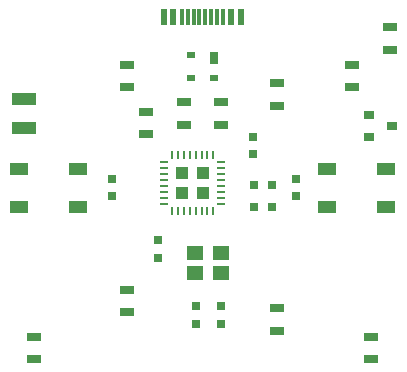
<source format=gbp>
%TF.GenerationSoftware,KiCad,Pcbnew,(5.1.2)-1*%
%TF.CreationDate,2019-05-30T19:23:31-07:00*%
%TF.ProjectId,Voyager4,566f7961-6765-4723-942e-6b696361645f,rev?*%
%TF.SameCoordinates,Original*%
%TF.FileFunction,Paste,Bot*%
%TF.FilePolarity,Positive*%
%FSLAX46Y46*%
G04 Gerber Fmt 4.6, Leading zero omitted, Abs format (unit mm)*
G04 Created by KiCad (PCBNEW (5.1.2)-1) date 2019-05-30 19:23:31*
%MOMM*%
%LPD*%
G04 APERTURE LIST*
%ADD10R,0.250000X0.700000*%
%ADD11R,0.700000X0.250000*%
%ADD12R,1.035000X1.035000*%
%ADD13R,0.750000X0.800000*%
%ADD14R,0.800000X0.750000*%
%ADD15R,1.600000X1.000000*%
%ADD16R,2.030000X1.140000*%
%ADD17R,0.900000X0.800000*%
%ADD18R,1.300000X0.700000*%
%ADD19R,0.700000X0.600000*%
%ADD20R,0.700000X1.000000*%
%ADD21R,0.300000X1.450000*%
%ADD22R,0.600000X1.450000*%
%ADD23R,1.400000X1.200000*%
G04 APERTURE END LIST*
D10*
X69187000Y-51168000D03*
X68687000Y-51168000D03*
X68187000Y-51168000D03*
X67687000Y-51168000D03*
X67187000Y-51168000D03*
X66687000Y-51168000D03*
X66187000Y-51168000D03*
X65687000Y-51168000D03*
D11*
X65037000Y-50518000D03*
X65037000Y-50018000D03*
X65037000Y-49518000D03*
X65037000Y-49018000D03*
X65037000Y-48518000D03*
X65037000Y-48018000D03*
X65037000Y-47518000D03*
X65037000Y-47018000D03*
D10*
X65687000Y-46368000D03*
X66187000Y-46368000D03*
X66687000Y-46368000D03*
X67187000Y-46368000D03*
X67687000Y-46368000D03*
X68187000Y-46368000D03*
X68687000Y-46368000D03*
X69187000Y-46368000D03*
D11*
X69837000Y-47018000D03*
X69837000Y-47518000D03*
X69837000Y-48018000D03*
X69837000Y-48518000D03*
X69837000Y-49018000D03*
X69837000Y-49518000D03*
X69837000Y-50018000D03*
X69837000Y-50518000D03*
D12*
X66574500Y-47905500D03*
X68299500Y-47905500D03*
X66574500Y-49630500D03*
X68299500Y-49630500D03*
D13*
X69850000Y-59194000D03*
X69850000Y-60694000D03*
X67691000Y-60694000D03*
X67691000Y-59194000D03*
X72517000Y-44843000D03*
X72517000Y-46343000D03*
D14*
X72656000Y-48895000D03*
X74156000Y-48895000D03*
D13*
X64516000Y-55106000D03*
X64516000Y-53606000D03*
D14*
X72656000Y-50800000D03*
X74156000Y-50800000D03*
D13*
X60579000Y-49899000D03*
X60579000Y-48399000D03*
X76200000Y-48399000D03*
X76200000Y-49899000D03*
D15*
X52745000Y-50812500D03*
X52745000Y-47612500D03*
X57745000Y-50812500D03*
X57745000Y-47612500D03*
X83780000Y-47612500D03*
X83780000Y-50812500D03*
X78780000Y-47612500D03*
X78780000Y-50812500D03*
D16*
X53181250Y-41662500D03*
X53181250Y-44062500D03*
D17*
X84343750Y-43942000D03*
X82343750Y-42992000D03*
X82343750Y-44892000D03*
D18*
X74612500Y-61275000D03*
X74612500Y-59375000D03*
X66675000Y-41912500D03*
X66675000Y-43812500D03*
X69850000Y-43812500D03*
X69850000Y-41912500D03*
X74612500Y-42225000D03*
X74612500Y-40325000D03*
X63500000Y-42706250D03*
X63500000Y-44606250D03*
X61912500Y-38737500D03*
X61912500Y-40637500D03*
X61912500Y-59687500D03*
X61912500Y-57787500D03*
X84137500Y-35562500D03*
X84137500Y-37462500D03*
X53975000Y-63656250D03*
X53975000Y-61756250D03*
X82550000Y-63656250D03*
X82550000Y-61756250D03*
X80962500Y-38737500D03*
X80962500Y-40637500D03*
D19*
X67262500Y-39843750D03*
X69262500Y-39843750D03*
X67262500Y-37943750D03*
D20*
X69262500Y-38143750D03*
D21*
X68012500Y-34682500D03*
X68512500Y-34682500D03*
X69012500Y-34682500D03*
X67512500Y-34682500D03*
X69512500Y-34682500D03*
X67012500Y-34682500D03*
X70012500Y-34682500D03*
X66512500Y-34682500D03*
D22*
X65812500Y-34682500D03*
X70712500Y-34682500D03*
X65037500Y-34682500D03*
X71487500Y-34682500D03*
D23*
X69870500Y-54712500D03*
X67670500Y-54712500D03*
X67670500Y-56412500D03*
X69870500Y-56412500D03*
M02*

</source>
